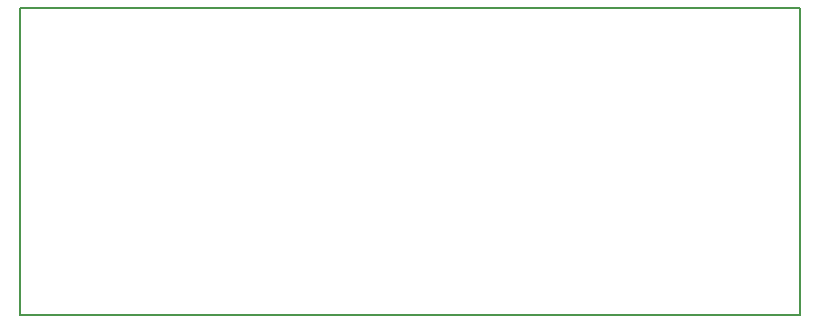
<source format=gbr>
%FSLAX46Y46*%
G04 Gerber Fmt 4.6, Leading zero omitted, Abs format (unit mm)*
G04 Created by KiCad (PCBNEW (2014-jul-16 BZR unknown)-product) date Di 22 Jul 2014 17:33:52 CEST*
%MOMM*%
G01*
G04 APERTURE LIST*
%ADD10C,0.100000*%
%ADD11C,0.150000*%
G04 APERTURE END LIST*
D10*
D11*
X166000000Y-99000000D02*
X166000000Y-125000000D01*
X232000000Y-99000000D02*
X166000000Y-99000000D01*
X232000000Y-125000000D02*
X232000000Y-99000000D01*
X166000000Y-125000000D02*
X232000000Y-125000000D01*
M02*

</source>
